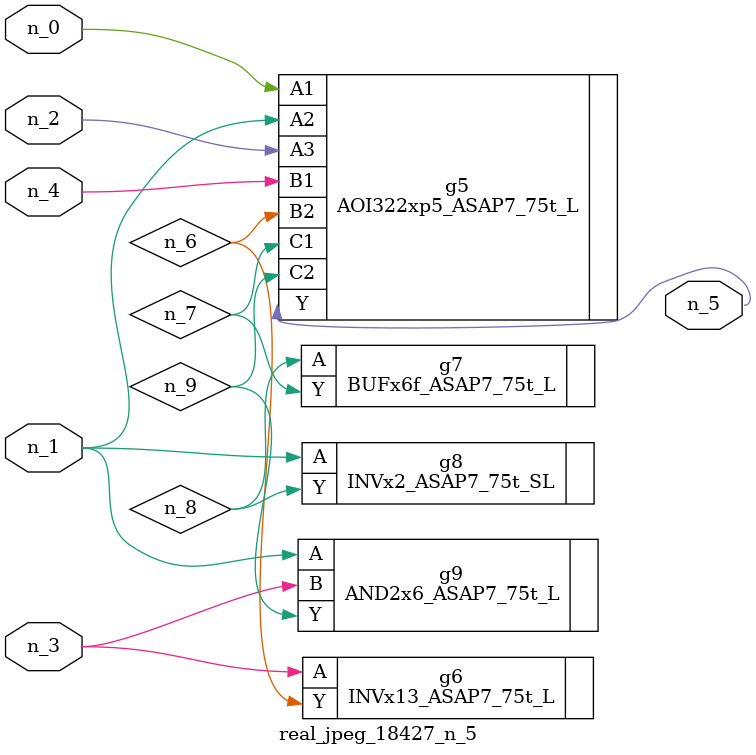
<source format=v>
module real_jpeg_18427_n_5 (n_4, n_0, n_1, n_2, n_3, n_5);

input n_4;
input n_0;
input n_1;
input n_2;
input n_3;

output n_5;

wire n_8;
wire n_6;
wire n_7;
wire n_9;

AOI322xp5_ASAP7_75t_L g5 ( 
.A1(n_0),
.A2(n_1),
.A3(n_2),
.B1(n_4),
.B2(n_6),
.C1(n_7),
.C2(n_9),
.Y(n_5)
);

INVx2_ASAP7_75t_SL g8 ( 
.A(n_1),
.Y(n_8)
);

AND2x6_ASAP7_75t_L g9 ( 
.A(n_1),
.B(n_3),
.Y(n_9)
);

INVx13_ASAP7_75t_L g6 ( 
.A(n_3),
.Y(n_6)
);

BUFx6f_ASAP7_75t_L g7 ( 
.A(n_8),
.Y(n_7)
);


endmodule
</source>
